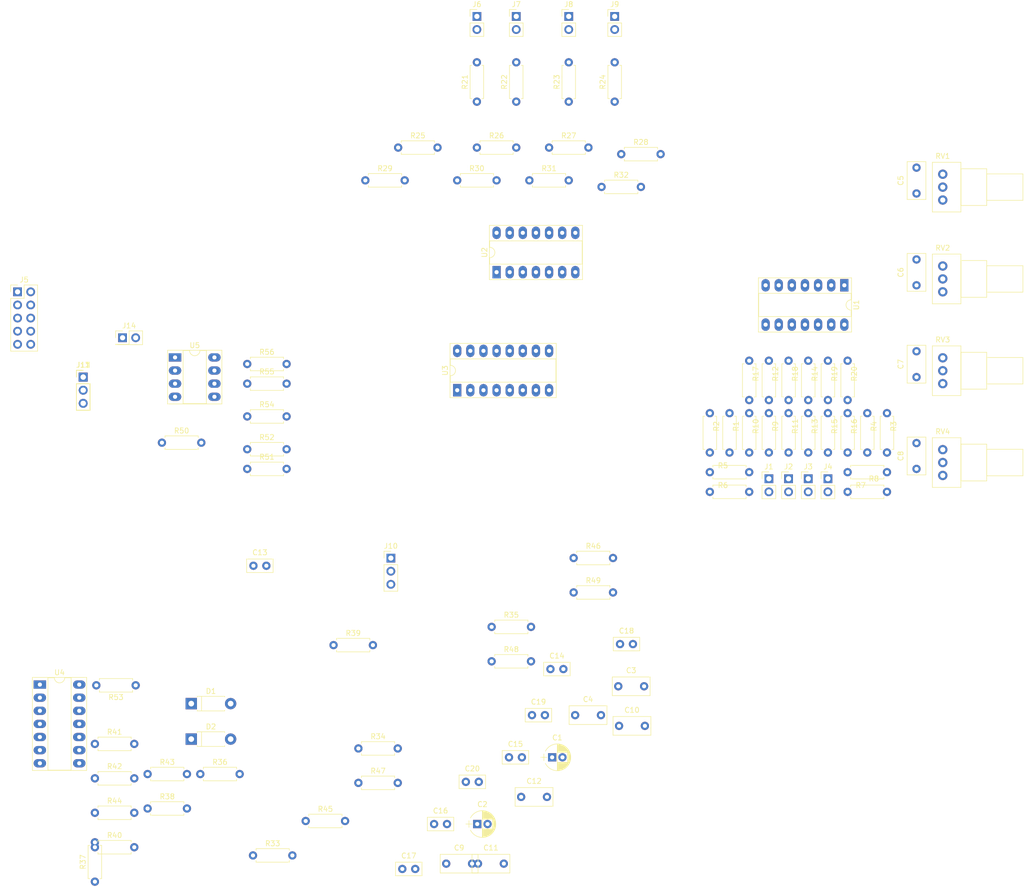
<source format=kicad_pcb>
(kicad_pcb (version 4) (host pcbnew 4.0.7)
  (layers (0 F.Cu signal) (31 B.Cu signal) (34 B.Paste user) (35 F.Paste user) (36 B.SilkS user) (37 F.SilkS user) (38 B.Mask user) (39 F.Mask user) (44 Edge.Cuts user))
  (net 0 "")
  (net 1 GND)
  (net 2 "Net-(C5-Pad1)")
  (net 3 "Net-(C6-Pad1)")
  (net 4 "Net-(C7-Pad1)")
  (net 5 "Net-(C8-Pad1)")
  (net 6 +12V)
  (net 7 -12V)
  (net 8 "Net-(J1-Pad1)")
  (net 9 "Net-(J2-Pad1)")
  (net 10 "Net-(J3-Pad1)")
  (net 11 "Net-(J4-Pad1)")
  (net 12 "Net-(J6-Pad1)")
  (net 13 "Net-(J7-Pad1)")
  (net 14 "Net-(J8-Pad1)")
  (net 15 "Net-(J10-Pad1)")
  (net 16 "Net-(J10-Pad3)")
  (net 17 "Net-(R1-Pad1)")
  (net 18 "Net-(R12-Pad2)")
  (net 19 "Net-(R14-Pad2)")
  (net 20 "Net-(R16-Pad2)")
  (net 21 "Net-(R10-Pad1)")
  (net 22 "Net-(R11-Pad1)")
  (net 23 "Net-(R13-Pad1)")
  (net 24 "Net-(R15-Pad1)")
  (net 25 "Net-(R17-Pad1)")
  (net 26 "Net-(R18-Pad1)")
  (net 27 "Net-(R19-Pad1)")
  (net 28 "Net-(R20-Pad1)")
  (net 29 "Net-(R21-Pad1)")
  (net 30 "Net-(R22-Pad1)")
  (net 31 "Net-(R23-Pad1)")
  (net 32 "Net-(R24-Pad1)")
  (net 33 "Net-(R25-Pad1)")
  (net 34 "Net-(R26-Pad1)")
  (net 35 "Net-(R27-Pad1)")
  (net 36 "Net-(R28-Pad1)")
  (net 37 "Net-(R29-Pad1)")
  (net 38 "Net-(R30-Pad1)")
  (net 39 "Net-(R31-Pad1)")
  (net 40 "Net-(R32-Pad1)")
  (net 41 "Net-(R37-Pad2)")
  (net 42 "Net-(C13-Pad1)")
  (net 43 "Net-(C14-Pad1)")
  (net 44 "Net-(C15-Pad1)")
  (net 45 "Net-(C16-Pad1)")
  (net 46 "Net-(C17-Pad1)")
  (net 47 "Net-(C17-Pad2)")
  (net 48 "Net-(C18-Pad1)")
  (net 49 "Net-(C18-Pad2)")
  (net 50 "Net-(C19-Pad1)")
  (net 51 "Net-(C19-Pad2)")
  (net 52 "Net-(C20-Pad1)")
  (net 53 "Net-(C20-Pad2)")
  (net 54 "Net-(J9-Pad1)")
  (net 55 "Net-(J11-Pad1)")
  (net 56 "Net-(J11-Pad3)")
  (net 57 "Net-(J12-Pad1)")
  (net 58 "Net-(J12-Pad3)")
  (net 59 "Net-(J13-Pad1)")
  (net 60 "Net-(J13-Pad3)")
  (net 61 "Net-(J14-Pad1)")
  (net 62 "Net-(R40-Pad2)")
  (net 63 "Net-(R54-Pad1)")
  (module Capacitors_THT:C_Rect_L7.2mm_W3.5mm_P5.00mm_FKS2_FKP2_MKS2_MKP2 (layer F.Cu) (at 121.345001 152.585)
    (fp_text reference C3 (at 2.5 -3.06) (layer F.SilkS))
    (fp_text value 100nF)
    (pad 1 thru_hole circle (at 0 0) (size 1.6 1.6) (drill 0.8) (layers *.Cu *.Mask) (net 6 +12V))
    (pad 2 thru_hole circle (at 5 0) (size 1.6 1.6) (drill 0.8) (layers *.Cu *.Mask) (net 1 GND))
  )
  (module Capacitors_THT:C_Rect_L7.2mm_W3.5mm_P5.00mm_FKS2_FKP2_MKS2_MKP2 (layer F.Cu) (at 112.995001 158.175)
    (fp_text reference C4 (at 2.5 -3.06) (layer F.SilkS))
    (fp_text value 100nF)
    (pad 1 thru_hole circle (at 0 0) (size 1.6 1.6) (drill 0.8) (layers *.Cu *.Mask) (net 1 GND))
    (pad 2 thru_hole circle (at 5 0) (size 1.6 1.6) (drill 0.8) (layers *.Cu *.Mask) (net 7 -12V))
  )
  (module Diodes_THT:D_DO-41_SOD81_P7.62mm_Horizontal (layer F.Cu) (at 38.695001 155.945)
    (fp_text reference D1 (at 3.81 -2.41) (layer F.SilkS))
    (fp_text value 1N4001)
    (pad 1 thru_hole rect (at 0 0) (size 2.2 2.2) (drill 1.1) (layers *.Cu *.Mask) (net 6 +12V))
    (pad 2 thru_hole oval (at 7.62 0) (size 2.2 2.2) (drill 1.1) (layers *.Cu *.Mask) (net 1 GND))
  )
  (module Diodes_THT:D_DO-41_SOD81_P7.62mm_Horizontal (layer F.Cu) (at 38.695001 162.815)
    (fp_text reference D2 (at 3.81 -2.41) (layer F.SilkS))
    (fp_text value 1N4001)
    (pad 1 thru_hole rect (at 0 0) (size 2.2 2.2) (drill 1.1) (layers *.Cu *.Mask) (net 1 GND))
    (pad 2 thru_hole oval (at 7.62 0) (size 2.2 2.2) (drill 1.1) (layers *.Cu *.Mask) (net 7 -12V))
  )
  (module Pin_Headers:Pin_Header_Straight_1x02_Pitch2.54mm (layer F.Cu) (at 150.495 112.395)
    (fp_text reference J1 (at 0 -2.33) (layer F.SilkS))
    (fp_text value CV_1)
    (pad 1 thru_hole rect (at 0 0) (size 1.7 1.7) (drill 1) (layers *.Cu *.Mask) (net 8 "Net-(J1-Pad1)"))
    (pad 2 thru_hole oval (at 0 2.54) (size 1.7 1.7) (drill 1) (layers *.Cu *.Mask) (net 1 GND))
  )
  (module Pin_Headers:Pin_Header_Straight_1x02_Pitch2.54mm (layer F.Cu) (at 154.305 112.395)
    (fp_text reference J2 (at 0 -2.33) (layer F.SilkS))
    (fp_text value CV_2)
    (pad 1 thru_hole rect (at 0 0) (size 1.7 1.7) (drill 1) (layers *.Cu *.Mask) (net 9 "Net-(J2-Pad1)"))
    (pad 2 thru_hole oval (at 0 2.54) (size 1.7 1.7) (drill 1) (layers *.Cu *.Mask) (net 1 GND))
  )
  (module Pin_Headers:Pin_Header_Straight_1x02_Pitch2.54mm (layer F.Cu) (at 158.115 112.395)
    (fp_text reference J3 (at 0 -2.33) (layer F.SilkS))
    (fp_text value CV_3)
    (pad 1 thru_hole rect (at 0 0) (size 1.7 1.7) (drill 1) (layers *.Cu *.Mask) (net 10 "Net-(J3-Pad1)"))
    (pad 2 thru_hole oval (at 0 2.54) (size 1.7 1.7) (drill 1) (layers *.Cu *.Mask) (net 1 GND))
  )
  (module Pin_Headers:Pin_Header_Straight_1x02_Pitch2.54mm (layer F.Cu) (at 161.925 112.395)
    (fp_text reference J4 (at 0 -2.33) (layer F.SilkS))
    (fp_text value CV_4)
    (pad 1 thru_hole rect (at 0 0) (size 1.7 1.7) (drill 1) (layers *.Cu *.Mask) (net 11 "Net-(J4-Pad1)"))
    (pad 2 thru_hole oval (at 0 2.54) (size 1.7 1.7) (drill 1) (layers *.Cu *.Mask) (net 1 GND))
  )
  (module Pin_Headers:Pin_Header_Straight_1x02_Pitch2.54mm (layer F.Cu) (at 93.98 22.86)
    (fp_text reference J6 (at 0 -2.33) (layer F.SilkS))
    (fp_text value IN_1)
    (pad 1 thru_hole rect (at 0 0) (size 1.7 1.7) (drill 1) (layers *.Cu *.Mask) (net 12 "Net-(J6-Pad1)"))
    (pad 2 thru_hole oval (at 0 2.54) (size 1.7 1.7) (drill 1) (layers *.Cu *.Mask) (net 1 GND))
  )
  (module Pin_Headers:Pin_Header_Straight_1x02_Pitch2.54mm (layer F.Cu) (at 101.6 22.86)
    (fp_text reference J7 (at 0 -2.33) (layer F.SilkS))
    (fp_text value IN_2)
    (pad 1 thru_hole rect (at 0 0) (size 1.7 1.7) (drill 1) (layers *.Cu *.Mask) (net 13 "Net-(J7-Pad1)"))
    (pad 2 thru_hole oval (at 0 2.54) (size 1.7 1.7) (drill 1) (layers *.Cu *.Mask) (net 1 GND))
  )
  (module Pin_Headers:Pin_Header_Straight_1x02_Pitch2.54mm (layer F.Cu) (at 111.76 22.86)
    (fp_text reference J8 (at 0 -2.33) (layer F.SilkS))
    (fp_text value IN_3)
    (pad 1 thru_hole rect (at 0 0) (size 1.7 1.7) (drill 1) (layers *.Cu *.Mask) (net 14 "Net-(J8-Pad1)"))
    (pad 2 thru_hole oval (at 0 2.54) (size 1.7 1.7) (drill 1) (layers *.Cu *.Mask) (net 1 GND))
  )
  (module Resistors_THT:R_Axial_DIN0207_L6.3mm_D2.5mm_P7.62mm_Horizontal (layer F.Cu) (at 142.875 107.315 90)
    (fp_text reference R1 (at 5.08 1.27 90) (layer F.SilkS))
    (fp_text value 15k)
    (pad 1 thru_hole circle (at 0 0 90) (size 1.6 1.6) (drill 0.8) (layers *.Cu *.Mask) (net 17 "Net-(R1-Pad1)"))
    (pad 2 thru_hole oval (at 7.62 0 90) (size 1.6 1.6) (drill 0.8) (layers *.Cu *.Mask) (net 7 -12V))
  )
  (module Resistors_THT:R_Axial_DIN0207_L6.3mm_D2.5mm_P7.62mm_Horizontal (layer F.Cu) (at 139.065 107.315 90)
    (fp_text reference R2 (at 5.08 1.27 90) (layer F.SilkS))
    (fp_text value 15k)
    (pad 1 thru_hole circle (at 0 0 90) (size 1.6 1.6) (drill 0.8) (layers *.Cu *.Mask) (net 18 "Net-(R12-Pad2)"))
    (pad 2 thru_hole oval (at 7.62 0 90) (size 1.6 1.6) (drill 0.8) (layers *.Cu *.Mask) (net 7 -12V))
  )
  (module Resistors_THT:R_Axial_DIN0207_L6.3mm_D2.5mm_P7.62mm_Horizontal (layer F.Cu) (at 173.355 107.315 90)
    (fp_text reference R3 (at 5.08 1.27 90) (layer F.SilkS))
    (fp_text value 15k)
    (pad 1 thru_hole circle (at 0 0 90) (size 1.6 1.6) (drill 0.8) (layers *.Cu *.Mask) (net 19 "Net-(R14-Pad2)"))
    (pad 2 thru_hole oval (at 7.62 0 90) (size 1.6 1.6) (drill 0.8) (layers *.Cu *.Mask) (net 7 -12V))
  )
  (module Resistors_THT:R_Axial_DIN0207_L6.3mm_D2.5mm_P7.62mm_Horizontal (layer F.Cu) (at 169.545 107.315 90)
    (fp_text reference R4 (at 5.08 1.27 90) (layer F.SilkS))
    (fp_text value 15k)
    (pad 1 thru_hole circle (at 0 0 90) (size 1.6 1.6) (drill 0.8) (layers *.Cu *.Mask) (net 20 "Net-(R16-Pad2)"))
    (pad 2 thru_hole oval (at 7.62 0 90) (size 1.6 1.6) (drill 0.8) (layers *.Cu *.Mask) (net 7 -12V))
  )
  (module Resistors_THT:R_Axial_DIN0207_L6.3mm_D2.5mm_P7.62mm_Horizontal (layer F.Cu) (at 146.685 111.125 180)
    (fp_text reference R5 (at 5.08 1.27 180) (layer F.SilkS))
    (fp_text value 12k)
    (pad 1 thru_hole circle (at 0 0 180) (size 1.6 1.6) (drill 0.8) (layers *.Cu *.Mask) (net 1 GND))
    (pad 2 thru_hole oval (at 7.62 0 180) (size 1.6 1.6) (drill 0.8) (layers *.Cu *.Mask) (net 17 "Net-(R1-Pad1)"))
  )
  (module Resistors_THT:R_Axial_DIN0207_L6.3mm_D2.5mm_P7.62mm_Horizontal (layer F.Cu) (at 146.685 114.935 180)
    (fp_text reference R6 (at 5.08 1.27 180) (layer F.SilkS))
    (fp_text value 12k)
    (pad 1 thru_hole circle (at 0 0 180) (size 1.6 1.6) (drill 0.8) (layers *.Cu *.Mask) (net 1 GND))
    (pad 2 thru_hole oval (at 7.62 0 180) (size 1.6 1.6) (drill 0.8) (layers *.Cu *.Mask) (net 18 "Net-(R12-Pad2)"))
  )
  (module Resistors_THT:R_Axial_DIN0207_L6.3mm_D2.5mm_P7.62mm_Horizontal (layer F.Cu) (at 165.735 114.935)
    (fp_text reference R7 (at 2.54 -1.27) (layer F.SilkS))
    (fp_text value 12k)
    (pad 1 thru_hole circle (at 0 0) (size 1.6 1.6) (drill 0.8) (layers *.Cu *.Mask) (net 1 GND))
    (pad 2 thru_hole oval (at 7.62 0) (size 1.6 1.6) (drill 0.8) (layers *.Cu *.Mask) (net 19 "Net-(R14-Pad2)"))
  )
  (module Resistors_THT:R_Axial_DIN0207_L6.3mm_D2.5mm_P7.62mm_Horizontal (layer F.Cu) (at 165.735 111.125)
    (fp_text reference R8 (at 5.08 1.27) (layer F.SilkS))
    (fp_text value 12k)
    (pad 1 thru_hole circle (at 0 0) (size 1.6 1.6) (drill 0.8) (layers *.Cu *.Mask) (net 1 GND))
    (pad 2 thru_hole oval (at 7.62 0) (size 1.6 1.6) (drill 0.8) (layers *.Cu *.Mask) (net 20 "Net-(R16-Pad2)"))
  )
  (module Resistors_THT:R_Axial_DIN0207_L6.3mm_D2.5mm_P7.62mm_Horizontal (layer F.Cu) (at 150.495 99.695 270)
    (fp_text reference R9 (at 2.54 -1.27 270) (layer F.SilkS))
    (fp_text value 62k)
    (pad 1 thru_hole circle (at 0 0 270) (size 1.6 1.6) (drill 0.8) (layers *.Cu *.Mask) (net 21 "Net-(R10-Pad1)"))
    (pad 2 thru_hole oval (at 7.62 0 270) (size 1.6 1.6) (drill 0.8) (layers *.Cu *.Mask) (net 8 "Net-(J1-Pad1)"))
  )
  (module Resistors_THT:R_Axial_DIN0207_L6.3mm_D2.5mm_P7.62mm_Horizontal (layer F.Cu) (at 146.685 99.695 270)
    (fp_text reference R10 (at 2.54 -1.27 270) (layer F.SilkS))
    (fp_text value 62k)
    (pad 1 thru_hole circle (at 0 0 270) (size 1.6 1.6) (drill 0.8) (layers *.Cu *.Mask) (net 21 "Net-(R10-Pad1)"))
    (pad 2 thru_hole oval (at 7.62 0 270) (size 1.6 1.6) (drill 0.8) (layers *.Cu *.Mask) (net 17 "Net-(R1-Pad1)"))
  )
  (module Resistors_THT:R_Axial_DIN0207_L6.3mm_D2.5mm_P7.62mm_Horizontal (layer F.Cu) (at 154.305 99.695 270)
    (fp_text reference R11 (at 2.54 -1.27 270) (layer F.SilkS))
    (fp_text value 62k)
    (pad 1 thru_hole circle (at 0 0 270) (size 1.6 1.6) (drill 0.8) (layers *.Cu *.Mask) (net 22 "Net-(R11-Pad1)"))
    (pad 2 thru_hole oval (at 7.62 0 270) (size 1.6 1.6) (drill 0.8) (layers *.Cu *.Mask) (net 9 "Net-(J2-Pad1)"))
  )
  (module Resistors_THT:R_Axial_DIN0207_L6.3mm_D2.5mm_P7.62mm_Horizontal (layer F.Cu) (at 150.495 97.155 90)
    (fp_text reference R12 (at 5.08 1.27 90) (layer F.SilkS))
    (fp_text value 62k)
    (pad 1 thru_hole circle (at 0 0 90) (size 1.6 1.6) (drill 0.8) (layers *.Cu *.Mask) (net 22 "Net-(R11-Pad1)"))
    (pad 2 thru_hole oval (at 7.62 0 90) (size 1.6 1.6) (drill 0.8) (layers *.Cu *.Mask) (net 18 "Net-(R12-Pad2)"))
  )
  (module Resistors_THT:R_Axial_DIN0207_L6.3mm_D2.5mm_P7.62mm_Horizontal (layer F.Cu) (at 158.115 99.695 270)
    (fp_text reference R13 (at 2.54 -1.27 270) (layer F.SilkS))
    (fp_text value 62k)
    (pad 1 thru_hole circle (at 0 0 270) (size 1.6 1.6) (drill 0.8) (layers *.Cu *.Mask) (net 23 "Net-(R13-Pad1)"))
    (pad 2 thru_hole oval (at 7.62 0 270) (size 1.6 1.6) (drill 0.8) (layers *.Cu *.Mask) (net 10 "Net-(J3-Pad1)"))
  )
  (module Resistors_THT:R_Axial_DIN0207_L6.3mm_D2.5mm_P7.62mm_Horizontal (layer F.Cu) (at 158.115 97.155 90)
    (fp_text reference R14 (at 5.08 1.27 90) (layer F.SilkS))
    (fp_text value 62k)
    (pad 1 thru_hole circle (at 0 0 90) (size 1.6 1.6) (drill 0.8) (layers *.Cu *.Mask) (net 23 "Net-(R13-Pad1)"))
    (pad 2 thru_hole oval (at 7.62 0 90) (size 1.6 1.6) (drill 0.8) (layers *.Cu *.Mask) (net 19 "Net-(R14-Pad2)"))
  )
  (module Resistors_THT:R_Axial_DIN0207_L6.3mm_D2.5mm_P7.62mm_Horizontal (layer F.Cu) (at 161.925 99.695 270)
    (fp_text reference R15 (at 2.54 -1.27 270) (layer F.SilkS))
    (fp_text value 62k)
    (pad 1 thru_hole circle (at 0 0 270) (size 1.6 1.6) (drill 0.8) (layers *.Cu *.Mask) (net 24 "Net-(R15-Pad1)"))
    (pad 2 thru_hole oval (at 7.62 0 270) (size 1.6 1.6) (drill 0.8) (layers *.Cu *.Mask) (net 11 "Net-(J4-Pad1)"))
  )
  (module Resistors_THT:R_Axial_DIN0207_L6.3mm_D2.5mm_P7.62mm_Horizontal (layer F.Cu) (at 165.735 99.695 270)
    (fp_text reference R16 (at 2.54 -1.27 270) (layer F.SilkS))
    (fp_text value 62k)
    (pad 1 thru_hole circle (at 0 0 270) (size 1.6 1.6) (drill 0.8) (layers *.Cu *.Mask) (net 24 "Net-(R15-Pad1)"))
    (pad 2 thru_hole oval (at 7.62 0 270) (size 1.6 1.6) (drill 0.8) (layers *.Cu *.Mask) (net 20 "Net-(R16-Pad2)"))
  )
  (module Resistors_THT:R_Axial_DIN0207_L6.3mm_D2.5mm_P7.62mm_Horizontal (layer F.Cu) (at 146.685 89.535 270)
    (fp_text reference R17 (at 2.54 -1.27 270) (layer F.SilkS))
    (fp_text value 100k)
    (pad 1 thru_hole circle (at 0 0 270) (size 1.6 1.6) (drill 0.8) (layers *.Cu *.Mask) (net 25 "Net-(R17-Pad1)"))
    (pad 2 thru_hole oval (at 7.62 0 270) (size 1.6 1.6) (drill 0.8) (layers *.Cu *.Mask) (net 21 "Net-(R10-Pad1)"))
  )
  (module Resistors_THT:R_Axial_DIN0207_L6.3mm_D2.5mm_P7.62mm_Horizontal (layer F.Cu) (at 154.305 89.535 270)
    (fp_text reference R18 (at 2.54 -1.27 270) (layer F.SilkS))
    (fp_text value 100k)
    (pad 1 thru_hole circle (at 0 0 270) (size 1.6 1.6) (drill 0.8) (layers *.Cu *.Mask) (net 26 "Net-(R18-Pad1)"))
    (pad 2 thru_hole oval (at 7.62 0 270) (size 1.6 1.6) (drill 0.8) (layers *.Cu *.Mask) (net 22 "Net-(R11-Pad1)"))
  )
  (module Resistors_THT:R_Axial_DIN0207_L6.3mm_D2.5mm_P7.62mm_Horizontal (layer F.Cu) (at 161.925 89.535 270)
    (fp_text reference R19 (at 2.54 -1.27 270) (layer F.SilkS))
    (fp_text value 100k)
    (pad 1 thru_hole circle (at 0 0 270) (size 1.6 1.6) (drill 0.8) (layers *.Cu *.Mask) (net 27 "Net-(R19-Pad1)"))
    (pad 2 thru_hole oval (at 7.62 0 270) (size 1.6 1.6) (drill 0.8) (layers *.Cu *.Mask) (net 23 "Net-(R13-Pad1)"))
  )
  (module Resistors_THT:R_Axial_DIN0207_L6.3mm_D2.5mm_P7.62mm_Horizontal (layer F.Cu) (at 165.735 89.535 270)
    (fp_text reference R20 (at 2.54 -1.27 270) (layer F.SilkS))
    (fp_text value 100k)
    (pad 1 thru_hole circle (at 0 0 270) (size 1.6 1.6) (drill 0.8) (layers *.Cu *.Mask) (net 28 "Net-(R20-Pad1)"))
    (pad 2 thru_hole oval (at 7.62 0 270) (size 1.6 1.6) (drill 0.8) (layers *.Cu *.Mask) (net 24 "Net-(R15-Pad1)"))
  )
  (module Resistors_THT:R_Axial_DIN0207_L6.3mm_D2.5mm_P7.62mm_Horizontal (layer F.Cu) (at 93.98 39.37 90)
    (fp_text reference R21 (at 3.81 -2.31 90) (layer F.SilkS))
    (fp_text value 100k)
    (pad 1 thru_hole circle (at 0 0 90) (size 1.6 1.6) (drill 0.8) (layers *.Cu *.Mask) (net 29 "Net-(R21-Pad1)"))
    (pad 2 thru_hole oval (at 7.62 0 90) (size 1.6 1.6) (drill 0.8) (layers *.Cu *.Mask) (net 12 "Net-(J6-Pad1)"))
  )
  (module Resistors_THT:R_Axial_DIN0207_L6.3mm_D2.5mm_P7.62mm_Horizontal (layer F.Cu) (at 101.6 39.37 90)
    (fp_text reference R22 (at 3.81 -2.31 90) (layer F.SilkS))
    (fp_text value 100k)
    (pad 1 thru_hole circle (at 0 0 90) (size 1.6 1.6) (drill 0.8) (layers *.Cu *.Mask) (net 30 "Net-(R22-Pad1)"))
    (pad 2 thru_hole oval (at 7.62 0 90) (size 1.6 1.6) (drill 0.8) (layers *.Cu *.Mask) (net 13 "Net-(J7-Pad1)"))
  )
  (module Resistors_THT:R_Axial_DIN0207_L6.3mm_D2.5mm_P7.62mm_Horizontal (layer F.Cu) (at 111.76 39.37 90)
    (fp_text reference R23 (at 3.81 -2.31 90) (layer F.SilkS))
    (fp_text value 100k)
    (pad 1 thru_hole circle (at 0 0 90) (size 1.6 1.6) (drill 0.8) (layers *.Cu *.Mask) (net 31 "Net-(R23-Pad1)"))
    (pad 2 thru_hole oval (at 7.62 0 90) (size 1.6 1.6) (drill 0.8) (layers *.Cu *.Mask) (net 14 "Net-(J8-Pad1)"))
  )
  (module Resistors_THT:R_Axial_DIN0207_L6.3mm_D2.5mm_P7.62mm_Horizontal (layer F.Cu) (at 120.65 39.37 90)
    (fp_text reference R24 (at 3.81 -2.31 90) (layer F.SilkS))
    (fp_text value 100k)
    (pad 1 thru_hole circle (at 0 0 90) (size 1.6 1.6) (drill 0.8) (layers *.Cu *.Mask) (net 32 "Net-(R24-Pad1)"))
    (pad 2 thru_hole oval (at 7.62 0 90) (size 1.6 1.6) (drill 0.8) (layers *.Cu *.Mask) (net 54 "Net-(J9-Pad1)"))
  )
  (module Resistors_THT:R_Axial_DIN0207_L6.3mm_D2.5mm_P7.62mm_Horizontal (layer F.Cu) (at 78.74 48.26)
    (fp_text reference R25 (at 3.81 -2.31) (layer F.SilkS))
    (fp_text value 100k)
    (pad 1 thru_hole circle (at 0 0) (size 1.6 1.6) (drill 0.8) (layers *.Cu *.Mask) (net 33 "Net-(R25-Pad1)"))
    (pad 2 thru_hole oval (at 7.62 0) (size 1.6 1.6) (drill 0.8) (layers *.Cu *.Mask) (net 29 "Net-(R21-Pad1)"))
  )
  (module Resistors_THT:R_Axial_DIN0207_L6.3mm_D2.5mm_P7.62mm_Horizontal (layer F.Cu) (at 93.98 48.26)
    (fp_text reference R26 (at 3.81 -2.31) (layer F.SilkS))
    (fp_text value 100k)
    (pad 1 thru_hole circle (at 0 0) (size 1.6 1.6) (drill 0.8) (layers *.Cu *.Mask) (net 34 "Net-(R26-Pad1)"))
    (pad 2 thru_hole oval (at 7.62 0) (size 1.6 1.6) (drill 0.8) (layers *.Cu *.Mask) (net 30 "Net-(R22-Pad1)"))
  )
  (module Resistors_THT:R_Axial_DIN0207_L6.3mm_D2.5mm_P7.62mm_Horizontal (layer F.Cu) (at 107.95 48.26)
    (fp_text reference R27 (at 3.81 -2.31) (layer F.SilkS))
    (fp_text value 100k)
    (pad 1 thru_hole circle (at 0 0) (size 1.6 1.6) (drill 0.8) (layers *.Cu *.Mask) (net 35 "Net-(R27-Pad1)"))
    (pad 2 thru_hole oval (at 7.62 0) (size 1.6 1.6) (drill 0.8) (layers *.Cu *.Mask) (net 31 "Net-(R23-Pad1)"))
  )
  (module Resistors_THT:R_Axial_DIN0207_L6.3mm_D2.5mm_P7.62mm_Horizontal (layer F.Cu) (at 121.92 49.53)
    (fp_text reference R28 (at 3.81 -2.31) (layer F.SilkS))
    (fp_text value 100k)
    (pad 1 thru_hole circle (at 0 0) (size 1.6 1.6) (drill 0.8) (layers *.Cu *.Mask) (net 36 "Net-(R28-Pad1)"))
    (pad 2 thru_hole oval (at 7.62 0) (size 1.6 1.6) (drill 0.8) (layers *.Cu *.Mask) (net 32 "Net-(R24-Pad1)"))
  )
  (module Resistors_THT:R_Axial_DIN0207_L6.3mm_D2.5mm_P7.62mm_Horizontal (layer F.Cu) (at 72.39 54.61)
    (fp_text reference R29 (at 3.81 -2.31) (layer F.SilkS))
    (fp_text value 30k)
    (pad 1 thru_hole circle (at 0 0) (size 1.6 1.6) (drill 0.8) (layers *.Cu *.Mask) (net 37 "Net-(R29-Pad1)"))
    (pad 2 thru_hole oval (at 7.62 0) (size 1.6 1.6) (drill 0.8) (layers *.Cu *.Mask) (net 33 "Net-(R25-Pad1)"))
  )
  (module Resistors_THT:R_Axial_DIN0207_L6.3mm_D2.5mm_P7.62mm_Horizontal (layer F.Cu) (at 90.17 54.61)
    (fp_text reference R30 (at 3.81 -2.31) (layer F.SilkS))
    (fp_text value 30k)
    (pad 1 thru_hole circle (at 0 0) (size 1.6 1.6) (drill 0.8) (layers *.Cu *.Mask) (net 38 "Net-(R30-Pad1)"))
    (pad 2 thru_hole oval (at 7.62 0) (size 1.6 1.6) (drill 0.8) (layers *.Cu *.Mask) (net 34 "Net-(R26-Pad1)"))
  )
  (module Resistors_THT:R_Axial_DIN0207_L6.3mm_D2.5mm_P7.62mm_Horizontal (layer F.Cu) (at 104.14 54.61)
    (fp_text reference R31 (at 3.81 -2.31) (layer F.SilkS))
    (fp_text value 30k)
    (pad 1 thru_hole circle (at 0 0) (size 1.6 1.6) (drill 0.8) (layers *.Cu *.Mask) (net 39 "Net-(R31-Pad1)"))
    (pad 2 thru_hole oval (at 7.62 0) (size 1.6 1.6) (drill 0.8) (layers *.Cu *.Mask) (net 35 "Net-(R27-Pad1)"))
  )
  (module Resistors_THT:R_Axial_DIN0207_L6.3mm_D2.5mm_P7.62mm_Horizontal (layer F.Cu) (at 118.11 55.88)
    (fp_text reference R32 (at 3.81 -2.31) (layer F.SilkS))
    (fp_text value 30k)
    (pad 1 thru_hole circle (at 0 0) (size 1.6 1.6) (drill 0.8) (layers *.Cu *.Mask) (net 40 "Net-(R32-Pad1)"))
    (pad 2 thru_hole oval (at 7.62 0) (size 1.6 1.6) (drill 0.8) (layers *.Cu *.Mask) (net 36 "Net-(R28-Pad1)"))
  )
  (module Resistors_THT:R_Axial_DIN0207_L6.3mm_D2.5mm_P7.62mm_Horizontal (layer F.Cu) (at 50.645001 185.345)
    (fp_text reference R33 (at 3.81 -2.31) (layer F.SilkS))
    (fp_text value 500)
    (pad 1 thru_hole circle (at 0 0) (size 1.6 1.6) (drill 0.8) (layers *.Cu *.Mask) (net 37 "Net-(R29-Pad1)"))
    (pad 2 thru_hole oval (at 7.62 0) (size 1.6 1.6) (drill 0.8) (layers *.Cu *.Mask) (net 42 "Net-(C13-Pad1)"))
  )
  (module Resistors_THT:R_Axial_DIN0207_L6.3mm_D2.5mm_P7.62mm_Horizontal (layer F.Cu) (at 71.045001 164.625)
    (fp_text reference R34 (at 3.81 -2.31) (layer F.SilkS))
    (fp_text value 500)
    (pad 1 thru_hole circle (at 0 0) (size 1.6 1.6) (drill 0.8) (layers *.Cu *.Mask) (net 38 "Net-(R30-Pad1)"))
    (pad 2 thru_hole oval (at 7.62 0) (size 1.6 1.6) (drill 0.8) (layers *.Cu *.Mask) (net 43 "Net-(C14-Pad1)"))
  )
  (module Resistors_THT:R_Axial_DIN0207_L6.3mm_D2.5mm_P7.62mm_Horizontal (layer F.Cu) (at 96.835001 141.085)
    (fp_text reference R35 (at 3.81 -2.31) (layer F.SilkS))
    (fp_text value 500)
    (pad 1 thru_hole circle (at 0 0) (size 1.6 1.6) (drill 0.8) (layers *.Cu *.Mask) (net 39 "Net-(R31-Pad1)"))
    (pad 2 thru_hole oval (at 7.62 0) (size 1.6 1.6) (drill 0.8) (layers *.Cu *.Mask) (net 44 "Net-(C15-Pad1)"))
  )
  (module Resistors_THT:R_Axial_DIN0207_L6.3mm_D2.5mm_P7.62mm_Horizontal (layer F.Cu) (at 40.445001 169.585)
    (fp_text reference R36 (at 3.81 -2.31) (layer F.SilkS))
    (fp_text value 500)
    (pad 1 thru_hole circle (at 0 0) (size 1.6 1.6) (drill 0.8) (layers *.Cu *.Mask) (net 40 "Net-(R32-Pad1)"))
    (pad 2 thru_hole oval (at 7.62 0) (size 1.6 1.6) (drill 0.8) (layers *.Cu *.Mask) (net 45 "Net-(C16-Pad1)"))
  )
  (module Resistors_THT:R_Axial_DIN0207_L6.3mm_D2.5mm_P7.62mm_Horizontal (layer F.Cu) (at 20.045001 190.425 90)
    (fp_text reference R37 (at 3.81 -2.31 90) (layer F.SilkS))
    (fp_text value 7.5k)
    (pad 1 thru_hole circle (at 0 0 90) (size 1.6 1.6) (drill 0.8) (layers *.Cu *.Mask) (net 6 +12V))
    (pad 2 thru_hole oval (at 7.62 0 90) (size 1.6 1.6) (drill 0.8) (layers *.Cu *.Mask) (net 41 "Net-(R37-Pad2)"))
  )
  (module Resistors_THT:R_Axial_DIN0207_L6.3mm_D2.5mm_P7.62mm_Horizontal (layer F.Cu) (at 30.245001 176.255)
    (fp_text reference R38 (at 3.81 -2.31) (layer F.SilkS))
    (fp_text value 30k)
    (pad 1 thru_hole circle (at 0 0) (size 1.6 1.6) (drill 0.8) (layers *.Cu *.Mask) (net 46 "Net-(C17-Pad1)"))
    (pad 2 thru_hole oval (at 7.62 0) (size 1.6 1.6) (drill 0.8) (layers *.Cu *.Mask) (net 47 "Net-(C17-Pad2)"))
  )
  (module Resistors_THT:R_Axial_DIN0207_L6.3mm_D2.5mm_P7.62mm_Horizontal (layer F.Cu) (at 66.235001 144.615)
    (fp_text reference R39 (at 3.81 -2.31) (layer F.SilkS))
    (fp_text value 30k)
    (pad 1 thru_hole circle (at 0 0) (size 1.6 1.6) (drill 0.8) (layers *.Cu *.Mask) (net 48 "Net-(C18-Pad1)"))
    (pad 2 thru_hole oval (at 7.62 0) (size 1.6 1.6) (drill 0.8) (layers *.Cu *.Mask) (net 49 "Net-(C18-Pad2)"))
  )
  (module Resistors_THT:R_Axial_DIN0207_L6.3mm_D2.5mm_P7.62mm_Horizontal (layer F.Cu) (at 20.045001 183.755)
    (fp_text reference R40 (at 3.81 -2.31) (layer F.SilkS))
    (fp_text value 100k)
    (pad 1 thru_hole circle (at 0 0) (size 1.6 1.6) (drill 0.8) (layers *.Cu *.Mask) (net 16 "Net-(J10-Pad3)"))
    (pad 2 thru_hole oval (at 7.62 0) (size 1.6 1.6) (drill 0.8) (layers *.Cu *.Mask) (net 62 "Net-(R40-Pad2)"))
  )
  (module Resistors_THT:R_Axial_DIN0207_L6.3mm_D2.5mm_P7.62mm_Horizontal (layer F.Cu) (at 20.045001 163.745)
    (fp_text reference R41 (at 3.81 -2.31) (layer F.SilkS))
    (fp_text value 30k)
    (pad 1 thru_hole circle (at 0 0) (size 1.6 1.6) (drill 0.8) (layers *.Cu *.Mask) (net 50 "Net-(C19-Pad1)"))
    (pad 2 thru_hole oval (at 7.62 0) (size 1.6 1.6) (drill 0.8) (layers *.Cu *.Mask) (net 51 "Net-(C19-Pad2)"))
  )
  (module Resistors_THT:R_Axial_DIN0207_L6.3mm_D2.5mm_P7.62mm_Horizontal (layer F.Cu) (at 20.045001 170.415)
    (fp_text reference R42 (at 3.81 -2.31) (layer F.SilkS))
    (fp_text value 30k)
    (pad 1 thru_hole circle (at 0 0) (size 1.6 1.6) (drill 0.8) (layers *.Cu *.Mask) (net 52 "Net-(C20-Pad1)"))
    (pad 2 thru_hole oval (at 7.62 0) (size 1.6 1.6) (drill 0.8) (layers *.Cu *.Mask) (net 53 "Net-(C20-Pad2)"))
  )
  (module Resistors_THT:R_Axial_DIN0207_L6.3mm_D2.5mm_P7.62mm_Horizontal (layer F.Cu) (at 30.245001 169.585)
    (fp_text reference R43 (at 3.81 -2.31) (layer F.SilkS))
    (fp_text value 100k)
    (pad 1 thru_hole circle (at 0 0) (size 1.6 1.6) (drill 0.8) (layers *.Cu *.Mask) (net 56 "Net-(J11-Pad3)"))
    (pad 2 thru_hole oval (at 7.62 0) (size 1.6 1.6) (drill 0.8) (layers *.Cu *.Mask) (net 62 "Net-(R40-Pad2)"))
  )
  (module Resistors_THT:R_Axial_DIN0207_L6.3mm_D2.5mm_P7.62mm_Horizontal (layer F.Cu) (at 20.045001 177.085)
    (fp_text reference R44 (at 3.81 -2.31) (layer F.SilkS))
    (fp_text value 100k)
    (pad 1 thru_hole circle (at 0 0) (size 1.6 1.6) (drill 0.8) (layers *.Cu *.Mask) (net 58 "Net-(J12-Pad3)"))
    (pad 2 thru_hole oval (at 7.62 0) (size 1.6 1.6) (drill 0.8) (layers *.Cu *.Mask) (net 62 "Net-(R40-Pad2)"))
  )
  (module Resistors_THT:R_Axial_DIN0207_L6.3mm_D2.5mm_P7.62mm_Horizontal (layer F.Cu) (at 60.845001 178.675)
    (fp_text reference R45 (at 3.81 -2.31) (layer F.SilkS))
    (fp_text value 1k)
    (pad 1 thru_hole circle (at 0 0) (size 1.6 1.6) (drill 0.8) (layers *.Cu *.Mask) (net 46 "Net-(C17-Pad1)"))
    (pad 2 thru_hole oval (at 7.62 0) (size 1.6 1.6) (drill 0.8) (layers *.Cu *.Mask) (net 1 GND))
  )
  (module Resistors_THT:R_Axial_DIN0207_L6.3mm_D2.5mm_P7.62mm_Horizontal (layer F.Cu) (at 112.705001 127.745)
    (fp_text reference R46 (at 3.81 -2.31) (layer F.SilkS))
    (fp_text value 1k)
    (pad 1 thru_hole circle (at 0 0) (size 1.6 1.6) (drill 0.8) (layers *.Cu *.Mask) (net 50 "Net-(C19-Pad1)"))
    (pad 2 thru_hole oval (at 7.62 0) (size 1.6 1.6) (drill 0.8) (layers *.Cu *.Mask) (net 1 GND))
  )
  (module Resistors_THT:R_Axial_DIN0207_L6.3mm_D2.5mm_P7.62mm_Horizontal (layer F.Cu) (at 71.045001 171.295)
    (fp_text reference R47 (at 3.81 -2.31) (layer F.SilkS))
    (fp_text value 1k)
    (pad 1 thru_hole circle (at 0 0) (size 1.6 1.6) (drill 0.8) (layers *.Cu *.Mask) (net 48 "Net-(C18-Pad1)"))
    (pad 2 thru_hole oval (at 7.62 0) (size 1.6 1.6) (drill 0.8) (layers *.Cu *.Mask) (net 1 GND))
  )
  (module Resistors_THT:R_Axial_DIN0207_L6.3mm_D2.5mm_P7.62mm_Horizontal (layer F.Cu) (at 96.835001 147.755)
    (fp_text reference R48 (at 3.81 -2.31) (layer F.SilkS))
    (fp_text value 1k)
    (pad 1 thru_hole circle (at 0 0) (size 1.6 1.6) (drill 0.8) (layers *.Cu *.Mask) (net 52 "Net-(C20-Pad1)"))
    (pad 2 thru_hole oval (at 7.62 0) (size 1.6 1.6) (drill 0.8) (layers *.Cu *.Mask) (net 1 GND))
  )
  (module Resistors_THT:R_Axial_DIN0207_L6.3mm_D2.5mm_P7.62mm_Horizontal (layer F.Cu) (at 112.705001 134.415)
    (fp_text reference R49 (at 3.81 -2.31) (layer F.SilkS))
    (fp_text value 100k)
    (pad 1 thru_hole circle (at 0 0) (size 1.6 1.6) (drill 0.8) (layers *.Cu *.Mask) (net 60 "Net-(J13-Pad3)"))
    (pad 2 thru_hole oval (at 7.62 0) (size 1.6 1.6) (drill 0.8) (layers *.Cu *.Mask) (net 62 "Net-(R40-Pad2)"))
  )
  (module Potentiometers:Potentiometer_Alps_RK09Y_Vertical (layer F.Cu) (at 184.15 58.42)
    (fp_text reference RV1 (at 0 -8.5) (layer F.SilkS))
    (fp_text value 100k)
    (pad 3 thru_hole circle (at 0 -5) (size 1.8 1.8) (drill 1) (layers *.Cu *.Mask) (net 1 GND))
    (pad 2 thru_hole circle (at 0 -2.5) (size 1.8 1.8) (drill 1) (layers *.Cu *.Mask) (net 2 "Net-(C5-Pad1)"))
    (pad 1 thru_hole circle (at 0 0) (size 1.8 1.8) (drill 1) (layers *.Cu *.Mask) (net 25 "Net-(R17-Pad1)"))
  )
  (module Potentiometers:Potentiometer_Alps_RK09Y_Vertical (layer F.Cu) (at 184.15 76.2)
    (fp_text reference RV2 (at 0 -8.5) (layer F.SilkS))
    (fp_text value 100k)
    (pad 3 thru_hole circle (at 0 -5) (size 1.8 1.8) (drill 1) (layers *.Cu *.Mask) (net 1 GND))
    (pad 2 thru_hole circle (at 0 -2.5) (size 1.8 1.8) (drill 1) (layers *.Cu *.Mask) (net 3 "Net-(C6-Pad1)"))
    (pad 1 thru_hole circle (at 0 0) (size 1.8 1.8) (drill 1) (layers *.Cu *.Mask) (net 26 "Net-(R18-Pad1)"))
  )
  (module Potentiometers:Potentiometer_Alps_RK09Y_Vertical (layer F.Cu) (at 184.15 93.98)
    (fp_text reference RV3 (at 0 -8.5) (layer F.SilkS))
    (fp_text value 100k)
    (pad 3 thru_hole circle (at 0 -5) (size 1.8 1.8) (drill 1) (layers *.Cu *.Mask) (net 1 GND))
    (pad 2 thru_hole circle (at 0 -2.5) (size 1.8 1.8) (drill 1) (layers *.Cu *.Mask) (net 4 "Net-(C7-Pad1)"))
    (pad 1 thru_hole circle (at 0 0) (size 1.8 1.8) (drill 1) (layers *.Cu *.Mask) (net 27 "Net-(R19-Pad1)"))
  )
  (module Potentiometers:Potentiometer_Alps_RK09Y_Vertical (layer F.Cu) (at 184.15 111.76)
    (fp_text reference RV4 (at 0 -8.5) (layer F.SilkS))
    (fp_text value 100k)
    (pad 3 thru_hole circle (at 0 -5) (size 1.8 1.8) (drill 1) (layers *.Cu *.Mask) (net 1 GND))
    (pad 2 thru_hole circle (at 0 -2.5) (size 1.8 1.8) (drill 1) (layers *.Cu *.Mask) (net 5 "Net-(C8-Pad1)"))
    (pad 1 thru_hole circle (at 0 0) (size 1.8 1.8) (drill 1) (layers *.Cu *.Mask) (net 28 "Net-(R20-Pad1)"))
  )
  (module Housings_DIP:DIP-14_W7.62mm_Socket_LongPads (layer F.Cu) (at 165.1 74.93 270)
    (fp_text reference U1 (at 3.81 -2.33 270) (layer F.SilkS))
    (fp_text value TL074)
    (pad 1 thru_hole rect (at 0 0 270) (size 2.4 1.6) (drill 0.8) (layers *.Cu *.Mask) (net 25 "Net-(R17-Pad1)"))
    (pad 8 thru_hole oval (at 7.62 15.24 270) (size 2.4 1.6) (drill 0.8) (layers *.Cu *.Mask) (net 27 "Net-(R19-Pad1)"))
    (pad 2 thru_hole oval (at 0 2.54 270) (size 2.4 1.6) (drill 0.8) (layers *.Cu *.Mask) (net 21 "Net-(R10-Pad1)"))
    (pad 9 thru_hole oval (at 7.62 12.7 270) (size 2.4 1.6) (drill 0.8) (layers *.Cu *.Mask) (net 23 "Net-(R13-Pad1)"))
    (pad 3 thru_hole oval (at 0 5.08 270) (size 2.4 1.6) (drill 0.8) (layers *.Cu *.Mask) (net 1 GND))
    (pad 10 thru_hole oval (at 7.62 10.16 270) (size 2.4 1.6) (drill 0.8) (layers *.Cu *.Mask) (net 1 GND))
    (pad 4 thru_hole oval (at 0 7.62 270) (size 2.4 1.6) (drill 0.8) (layers *.Cu *.Mask) (net 6 +12V))
    (pad 11 thru_hole oval (at 7.62 7.62 270) (size 2.4 1.6) (drill 0.8) (layers *.Cu *.Mask) (net 7 -12V))
    (pad 5 thru_hole oval (at 0 10.16 270) (size 2.4 1.6) (drill 0.8) (layers *.Cu *.Mask) (net 1 GND))
    (pad 12 thru_hole oval (at 7.62 5.08 270) (size 2.4 1.6) (drill 0.8) (layers *.Cu *.Mask) (net 1 GND))
    (pad 6 thru_hole oval (at 0 12.7 270) (size 2.4 1.6) (drill 0.8) (layers *.Cu *.Mask) (net 22 "Net-(R11-Pad1)"))
    (pad 13 thru_hole oval (at 7.62 2.54 270) (size 2.4 1.6) (drill 0.8) (layers *.Cu *.Mask) (net 24 "Net-(R15-Pad1)"))
    (pad 7 thru_hole oval (at 0 15.24 270) (size 2.4 1.6) (drill 0.8) (layers *.Cu *.Mask) (net 26 "Net-(R18-Pad1)"))
    (pad 14 thru_hole oval (at 7.62 0 270) (size 2.4 1.6) (drill 0.8) (layers *.Cu *.Mask) (net 28 "Net-(R20-Pad1)"))
  )
  (module Housings_DIP:DIP-14_W7.62mm_Socket_LongPads (layer F.Cu) (at 97.79 72.39 90)
    (fp_text reference U2 (at 3.81 -2.33 90) (layer F.SilkS))
    (fp_text value TL074)
    (pad 1 thru_hole rect (at 0 0 90) (size 2.4 1.6) (drill 0.8) (layers *.Cu *.Mask) (net 33 "Net-(R25-Pad1)"))
    (pad 8 thru_hole oval (at 7.62 15.24 90) (size 2.4 1.6) (drill 0.8) (layers *.Cu *.Mask) (net 35 "Net-(R27-Pad1)"))
    (pad 2 thru_hole oval (at 0 2.54 90) (size 2.4 1.6) (drill 0.8) (layers *.Cu *.Mask) (net 29 "Net-(R21-Pad1)"))
    (pad 9 thru_hole oval (at 7.62 12.7 90) (size 2.4 1.6) (drill 0.8) (layers *.Cu *.Mask) (net 31 "Net-(R23-Pad1)"))
    (pad 3 thru_hole oval (at 0 5.08 90) (size 2.4 1.6) (drill 0.8) (layers *.Cu *.Mask) (net 1 GND))
    (pad 10 thru_hole oval (at 7.62 10.16 90) (size 2.4 1.6) (drill 0.8) (layers *.Cu *.Mask) (net 1 GND))
    (pad 4 thru_hole oval (at 0 7.62 90) (size 2.4 1.6) (drill 0.8) (layers *.Cu *.Mask) (net 6 +12V))
    (pad 11 thru_hole oval (at 7.62 7.62 90) (size 2.4 1.6) (drill 0.8) (layers *.Cu *.Mask) (net 7 -12V))
    (pad 5 thru_hole oval (at 0 10.16 90) (size 2.4 1.6) (drill 0.8) (layers *.Cu *.Mask) (net 1 GND))
    (pad 12 thru_hole oval (at 7.62 5.08 90) (size 2.4 1.6) (drill 0.8) (layers *.Cu *.Mask) (net 1 GND))
    (pad 6 thru_hole oval (at 0 12.7 90) (size 2.4 1.6) (drill 0.8) (layers *.Cu *.Mask) (net 30 "Net-(R22-Pad1)"))
    (pad 13 thru_hole oval (at 7.62 2.54 90) (size 2.4 1.6) (drill 0.8) (layers *.Cu *.Mask) (net 32 "Net-(R24-Pad1)"))
    (pad 7 thru_hole oval (at 0 15.24 90) (size 2.4 1.6) (drill 0.8) (layers *.Cu *.Mask) (net 34 "Net-(R26-Pad1)"))
    (pad 14 thru_hole oval (at 7.62 0 90) (size 2.4 1.6) (drill 0.8) (layers *.Cu *.Mask) (net 36 "Net-(R28-Pad1)"))
  )
  (module Housings_DIP:DIP-16_W7.62mm_Socket_LongPads (layer F.Cu) (at 90.17 95.25 90)
    (fp_text reference U3 (at 3.81 -2.33 90) (layer F.SilkS))
    (fp_text value V2164M)
    (pad 1 thru_hole rect (at 0 0 90) (size 2.4 1.6) (drill 0.8) (layers *.Cu *.Mask) (net 41 "Net-(R37-Pad2)"))
    (pad 9 thru_hole oval (at 7.62 17.78 90) (size 2.4 1.6) (drill 0.8) (layers *.Cu *.Mask) (net 7 -12V))
    (pad 2 thru_hole oval (at 0 2.54 90) (size 2.4 1.6) (drill 0.8) (layers *.Cu *.Mask) (net 37 "Net-(R29-Pad1)"))
    (pad 10 thru_hole oval (at 7.62 15.24 90) (size 2.4 1.6) (drill 0.8) (layers *.Cu *.Mask) (net 39 "Net-(R31-Pad1)"))
    (pad 3 thru_hole oval (at 0 5.08 90) (size 2.4 1.6) (drill 0.8) (layers *.Cu *.Mask) (net 2 "Net-(C5-Pad1)"))
    (pad 11 thru_hole oval (at 7.62 12.7 90) (size 2.4 1.6) (drill 0.8) (layers *.Cu *.Mask) (net 4 "Net-(C7-Pad1)"))
    (pad 4 thru_hole oval (at 0 7.62 90) (size 2.4 1.6) (drill 0.8) (layers *.Cu *.Mask) (net 47 "Net-(C17-Pad2)"))
    (pad 12 thru_hole oval (at 7.62 10.16 90) (size 2.4 1.6) (drill 0.8) (layers *.Cu *.Mask) (net 49 "Net-(C18-Pad2)"))
    (pad 5 thru_hole oval (at 0 10.16 90) (size 2.4 1.6) (drill 0.8) (layers *.Cu *.Mask) (net 51 "Net-(C19-Pad2)"))
    (pad 13 thru_hole oval (at 7.62 7.62 90) (size 2.4 1.6) (drill 0.8) (layers *.Cu *.Mask) (net 53 "Net-(C20-Pad2)"))
    (pad 6 thru_hole oval (at 0 12.7 90) (size 2.4 1.6) (drill 0.8) (layers *.Cu *.Mask) (net 3 "Net-(C6-Pad1)"))
    (pad 14 thru_hole oval (at 7.62 5.08 90) (size 2.4 1.6) (drill 0.8) (layers *.Cu *.Mask) (net 5 "Net-(C8-Pad1)"))
    (pad 7 thru_hole oval (at 0 15.24 90) (size 2.4 1.6) (drill 0.8) (layers *.Cu *.Mask) (net 38 "Net-(R30-Pad1)"))
    (pad 15 thru_hole oval (at 7.62 2.54 90) (size 2.4 1.6) (drill 0.8) (layers *.Cu *.Mask) (net 40 "Net-(R32-Pad1)"))
    (pad 8 thru_hole oval (at 0 17.78 90) (size 2.4 1.6) (drill 0.8) (layers *.Cu *.Mask) (net 1 GND))
    (pad 16 thru_hole oval (at 7.62 0 90) (size 2.4 1.6) (drill 0.8) (layers *.Cu *.Mask) (net 6 +12V))
  )
  (module Housings_DIP:DIP-14_W7.62mm_Socket_LongPads (layer F.Cu) (at 9.395001 152.255)
    (fp_text reference U4 (at 3.81 -2.33) (layer F.SilkS))
    (fp_text value TL074)
    (pad 1 thru_hole rect (at 0 0) (size 2.4 1.6) (drill 0.8) (layers *.Cu *.Mask) (net 46 "Net-(C17-Pad1)"))
    (pad 8 thru_hole oval (at 7.62 15.24) (size 2.4 1.6) (drill 0.8) (layers *.Cu *.Mask) (net 50 "Net-(C19-Pad1)"))
    (pad 2 thru_hole oval (at 0 2.54) (size 2.4 1.6) (drill 0.8) (layers *.Cu *.Mask) (net 47 "Net-(C17-Pad2)"))
    (pad 9 thru_hole oval (at 7.62 12.7) (size 2.4 1.6) (drill 0.8) (layers *.Cu *.Mask) (net 51 "Net-(C19-Pad2)"))
    (pad 3 thru_hole oval (at 0 5.08) (size 2.4 1.6) (drill 0.8) (layers *.Cu *.Mask) (net 1 GND))
    (pad 10 thru_hole oval (at 7.62 10.16) (size 2.4 1.6) (drill 0.8) (layers *.Cu *.Mask) (net 1 GND))
    (pad 4 thru_hole oval (at 0 7.62) (size 2.4 1.6) (drill 0.8) (layers *.Cu *.Mask) (net 6 +12V))
    (pad 11 thru_hole oval (at 7.62 7.62) (size 2.4 1.6) (drill 0.8) (layers *.Cu *.Mask) (net 7 -12V))
    (pad 5 thru_hole oval (at 0 10.16) (size 2.4 1.6) (drill 0.8) (layers *.Cu *.Mask) (net 1 GND))
    (pad 12 thru_hole oval (at 7.62 5.08) (size 2.4 1.6) (drill 0.8) (layers *.Cu *.Mask) (net 1 GND))
    (pad 6 thru_hole oval (at 0 12.7) (size 2.4 1.6) (drill 0.8) (layers *.Cu *.Mask) (net 49 "Net-(C18-Pad2)"))
    (pad 13 thru_hole oval (at 7.62 2.54) (size 2.4 1.6) (drill 0.8) (layers *.Cu *.Mask) (net 53 "Net-(C20-Pad2)"))
    (pad 7 thru_hole oval (at 0 15.24) (size 2.4 1.6) (drill 0.8) (layers *.Cu *.Mask) (net 48 "Net-(C18-Pad1)"))
    (pad 14 thru_hole oval (at 7.62 0) (size 2.4 1.6) (drill 0.8) (layers *.Cu *.Mask) (net 52 "Net-(C20-Pad1)"))
  )
  (module Capacitors_THT:CP_Radial_D5.0mm_P2.00mm (layer F.Cu) (at 108.545001 166.345)
    (fp_text reference C1 (at 1 -3.81) (layer F.SilkS))
    (fp_text value 10uF)
    (pad 1 thru_hole rect (at 0 0) (size 1.6 1.6) (drill 0.8) (layers *.Cu *.Mask) (net 6 +12V))
    (pad 2 thru_hole circle (at 2 0) (size 1.6 1.6) (drill 0.8) (layers *.Cu *.Mask) (net 1 GND))
  )
  (module Capacitors_THT:CP_Radial_D5.0mm_P2.00mm (layer F.Cu) (at 94.045001 179.265)
    (fp_text reference C2 (at 1 -3.81) (layer F.SilkS))
    (fp_text value 10uF)
    (pad 1 thru_hole rect (at 0 0) (size 1.6 1.6) (drill 0.8) (layers *.Cu *.Mask) (net 1 GND))
    (pad 2 thru_hole circle (at 2 0) (size 1.6 1.6) (drill 0.8) (layers *.Cu *.Mask) (net 7 -12V))
  )
  (module Capacitors_THT:C_Rect_L7.2mm_W3.5mm_P5.00mm_FKS2_FKP2_MKS2_MKP2 (layer F.Cu) (at 179.07 57.15 90)
    (fp_text reference C5 (at 2.5 -3.06 90) (layer F.SilkS))
    (fp_text value 100nF)
    (pad 1 thru_hole circle (at 0 0 90) (size 1.6 1.6) (drill 0.8) (layers *.Cu *.Mask) (net 2 "Net-(C5-Pad1)"))
    (pad 2 thru_hole circle (at 5 0 90) (size 1.6 1.6) (drill 0.8) (layers *.Cu *.Mask) (net 1 GND))
  )
  (module Capacitors_THT:C_Rect_L7.2mm_W3.5mm_P5.00mm_FKS2_FKP2_MKS2_MKP2 (layer F.Cu) (at 179.07 74.93 90)
    (fp_text reference C6 (at 2.5 -3.06 90) (layer F.SilkS))
    (fp_text value 100nF)
    (pad 1 thru_hole circle (at 0 0 90) (size 1.6 1.6) (drill 0.8) (layers *.Cu *.Mask) (net 3 "Net-(C6-Pad1)"))
    (pad 2 thru_hole circle (at 5 0 90) (size 1.6 1.6) (drill 0.8) (layers *.Cu *.Mask) (net 1 GND))
  )
  (module Capacitors_THT:C_Rect_L7.2mm_W3.5mm_P5.00mm_FKS2_FKP2_MKS2_MKP2 (layer F.Cu) (at 179.07 92.71 90)
    (fp_text reference C7 (at 2.5 -3.06 90) (layer F.SilkS))
    (fp_text value 100nF)
    (pad 1 thru_hole circle (at 0 0 90) (size 1.6 1.6) (drill 0.8) (layers *.Cu *.Mask) (net 4 "Net-(C7-Pad1)"))
    (pad 2 thru_hole circle (at 5 0 90) (size 1.6 1.6) (drill 0.8) (layers *.Cu *.Mask) (net 1 GND))
  )
  (module Capacitors_THT:C_Rect_L7.2mm_W3.5mm_P5.00mm_FKS2_FKP2_MKS2_MKP2 (layer F.Cu) (at 179.07 110.49 90)
    (fp_text reference C8 (at 2.5 -3.06 90) (layer F.SilkS))
    (fp_text value 100nF)
    (pad 1 thru_hole circle (at 0 0 90) (size 1.6 1.6) (drill 0.8) (layers *.Cu *.Mask) (net 5 "Net-(C8-Pad1)"))
    (pad 2 thru_hole circle (at 5 0 90) (size 1.6 1.6) (drill 0.8) (layers *.Cu *.Mask) (net 1 GND))
  )
  (module Capacitors_THT:C_Rect_L7.2mm_W3.5mm_P5.00mm_FKS2_FKP2_MKS2_MKP2 (layer F.Cu) (at 88.045001 186.935)
    (fp_text reference C9 (at 2.5 -3.06) (layer F.SilkS))
    (fp_text value 100nF)
    (pad 1 thru_hole circle (at 0 0) (size 1.6 1.6) (drill 0.8) (layers *.Cu *.Mask) (net 6 +12V))
    (pad 2 thru_hole circle (at 5 0) (size 1.6 1.6) (drill 0.8) (layers *.Cu *.Mask) (net 1 GND))
  )
  (module Capacitors_THT:C_Rect_L7.2mm_W3.5mm_P5.00mm_FKS2_FKP2_MKS2_MKP2 (layer F.Cu) (at 121.495001 160.255)
    (fp_text reference C10 (at 2.5 -3.06) (layer F.SilkS))
    (fp_text value 100nF)
    (pad 1 thru_hole circle (at 0 0) (size 1.6 1.6) (drill 0.8) (layers *.Cu *.Mask) (net 1 GND))
    (pad 2 thru_hole circle (at 5 0) (size 1.6 1.6) (drill 0.8) (layers *.Cu *.Mask) (net 7 -12V))
  )
  (module Capacitors_THT:C_Rect_L7.2mm_W3.5mm_P5.00mm_FKS2_FKP2_MKS2_MKP2 (layer F.Cu) (at 94.195001 186.935)
    (fp_text reference C11 (at 2.5 -3.06) (layer F.SilkS))
    (fp_text value 100nF)
    (pad 1 thru_hole circle (at 0 0) (size 1.6 1.6) (drill 0.8) (layers *.Cu *.Mask) (net 6 +12V))
    (pad 2 thru_hole circle (at 5 0) (size 1.6 1.6) (drill 0.8) (layers *.Cu *.Mask) (net 1 GND))
  )
  (module Capacitors_THT:C_Rect_L7.2mm_W3.5mm_P5.00mm_FKS2_FKP2_MKS2_MKP2 (layer F.Cu) (at 102.545001 174.015)
    (fp_text reference C12 (at 2.5 -3.06) (layer F.SilkS))
    (fp_text value 100nF)
    (pad 1 thru_hole circle (at 0 0) (size 1.6 1.6) (drill 0.8) (layers *.Cu *.Mask) (net 1 GND))
    (pad 2 thru_hole circle (at 5 0) (size 1.6 1.6) (drill 0.8) (layers *.Cu *.Mask) (net 7 -12V))
  )
  (module Capacitors_THT:C_Disc_D5.0mm_W2.5mm_P2.50mm (layer F.Cu) (at 50.730001 129.245)
    (fp_text reference C13 (at 1.25 -2.56) (layer F.SilkS))
    (fp_text value 560pF)
    (pad 1 thru_hole circle (at 0 0) (size 1.6 1.6) (drill 0.8) (layers *.Cu *.Mask) (net 42 "Net-(C13-Pad1)"))
    (pad 2 thru_hole circle (at 2.5 0) (size 1.6 1.6) (drill 0.8) (layers *.Cu *.Mask) (net 1 GND))
  )
  (module Capacitors_THT:C_Disc_D5.0mm_W2.5mm_P2.50mm (layer F.Cu) (at 108.220001 149.255)
    (fp_text reference C14 (at 1.25 -2.56) (layer F.SilkS))
    (fp_text value 560pF)
    (pad 1 thru_hole circle (at 0 0) (size 1.6 1.6) (drill 0.8) (layers *.Cu *.Mask) (net 43 "Net-(C14-Pad1)"))
    (pad 2 thru_hole circle (at 2.5 0) (size 1.6 1.6) (drill 0.8) (layers *.Cu *.Mask) (net 1 GND))
  )
  (module Capacitors_THT:C_Disc_D5.0mm_W2.5mm_P2.50mm (layer F.Cu) (at 100.195001 166.345)
    (fp_text reference C15 (at 1.25 -2.56) (layer F.SilkS))
    (fp_text value 560pF)
    (pad 1 thru_hole circle (at 0 0) (size 1.6 1.6) (drill 0.8) (layers *.Cu *.Mask) (net 44 "Net-(C15-Pad1)"))
    (pad 2 thru_hole circle (at 2.5 0) (size 1.6 1.6) (drill 0.8) (layers *.Cu *.Mask) (net 1 GND))
  )
  (module Capacitors_THT:C_Disc_D5.0mm_W2.5mm_P2.50mm (layer F.Cu) (at 85.695001 179.265)
    (fp_text reference C16 (at 1.25 -2.56) (layer F.SilkS))
    (fp_text value 560pF)
    (pad 1 thru_hole circle (at 0 0) (size 1.6 1.6) (drill 0.8) (layers *.Cu *.Mask) (net 45 "Net-(C16-Pad1)"))
    (pad 2 thru_hole circle (at 2.5 0) (size 1.6 1.6) (drill 0.8) (layers *.Cu *.Mask) (net 1 GND))
  )
  (module Capacitors_THT:C_Disc_D5.0mm_W2.5mm_P2.50mm (layer F.Cu) (at 79.545001 187.965)
    (fp_text reference C17 (at 1.25 -2.56) (layer F.SilkS))
    (fp_text value 100pF)
    (pad 1 thru_hole circle (at 0 0) (size 1.6 1.6) (drill 0.8) (layers *.Cu *.Mask) (net 46 "Net-(C17-Pad1)"))
    (pad 2 thru_hole circle (at 2.5 0) (size 1.6 1.6) (drill 0.8) (layers *.Cu *.Mask) (net 47 "Net-(C17-Pad2)"))
  )
  (module Capacitors_THT:C_Disc_D5.0mm_W2.5mm_P2.50mm (layer F.Cu) (at 121.685001 144.415)
    (fp_text reference C18 (at 1.25 -2.56) (layer F.SilkS))
    (fp_text value 100pF)
    (pad 1 thru_hole circle (at 0 0) (size 1.6 1.6) (drill 0.8) (layers *.Cu *.Mask) (net 48 "Net-(C18-Pad1)"))
    (pad 2 thru_hole circle (at 2.5 0) (size 1.6 1.6) (drill 0.8) (layers *.Cu *.Mask) (net 49 "Net-(C18-Pad2)"))
  )
  (module Capacitors_THT:C_Disc_D5.0mm_W2.5mm_P2.50mm (layer F.Cu) (at 104.645001 158.175)
    (fp_text reference C19 (at 1.25 -2.56) (layer F.SilkS))
    (fp_text value 100pF)
    (pad 1 thru_hole circle (at 0 0) (size 1.6 1.6) (drill 0.8) (layers *.Cu *.Mask) (net 50 "Net-(C19-Pad1)"))
    (pad 2 thru_hole circle (at 2.5 0) (size 1.6 1.6) (drill 0.8) (layers *.Cu *.Mask) (net 51 "Net-(C19-Pad2)"))
  )
  (module Capacitors_THT:C_Disc_D5.0mm_W2.5mm_P2.50mm (layer F.Cu) (at 91.845001 171.095)
    (fp_text reference C20 (at 1.25 -2.56) (layer F.SilkS))
    (fp_text value 100pF)
    (pad 1 thru_hole circle (at 0 0) (size 1.6 1.6) (drill 0.8) (layers *.Cu *.Mask) (net 52 "Net-(C20-Pad1)"))
    (pad 2 thru_hole circle (at 2.5 0) (size 1.6 1.6) (drill 0.8) (layers *.Cu *.Mask) (net 53 "Net-(C20-Pad2)"))
  )
  (module Pin_Headers:Pin_Header_Straight_2x05_Pitch2.54mm (layer F.Cu) (at 5.08 76.2)
    (fp_text reference J5 (at 1.27 -2.33) (layer F.SilkS))
    (fp_text value EUROPOWER)
    (pad 1 thru_hole rect (at 0 0) (size 1.7 1.7) (drill 1) (layers *.Cu *.Mask) (net 7 -12V))
    (pad 2 thru_hole oval (at 2.54 0) (size 1.7 1.7) (drill 1) (layers *.Cu *.Mask) (net 7 -12V))
    (pad 3 thru_hole oval (at 0 2.54) (size 1.7 1.7) (drill 1) (layers *.Cu *.Mask) (net 1 GND))
    (pad 4 thru_hole oval (at 2.54 2.54) (size 1.7 1.7) (drill 1) (layers *.Cu *.Mask) (net 1 GND))
    (pad 5 thru_hole oval (at 0 5.08) (size 1.7 1.7) (drill 1) (layers *.Cu *.Mask) (net 1 GND))
    (pad 6 thru_hole oval (at 2.54 5.08) (size 1.7 1.7) (drill 1) (layers *.Cu *.Mask) (net 1 GND))
    (pad 7 thru_hole oval (at 0 7.62) (size 1.7 1.7) (drill 1) (layers *.Cu *.Mask) (net 1 GND))
    (pad 8 thru_hole oval (at 2.54 7.62) (size 1.7 1.7) (drill 1) (layers *.Cu *.Mask) (net 1 GND))
    (pad 9 thru_hole oval (at 0 10.16) (size 1.7 1.7) (drill 1) (layers *.Cu *.Mask) (net 6 +12V))
    (pad 10 thru_hole oval (at 2.54 10.16) (size 1.7 1.7) (drill 1) (layers *.Cu *.Mask) (net 6 +12V))
  )
  (module Pin_Headers:Pin_Header_Straight_1x02_Pitch2.54mm (layer F.Cu) (at 120.65 22.86)
    (fp_text reference J9 (at 0 -2.33) (layer F.SilkS))
    (fp_text value IN_4)
    (pad 1 thru_hole rect (at 0 0) (size 1.7 1.7) (drill 1) (layers *.Cu *.Mask) (net 54 "Net-(J9-Pad1)"))
    (pad 2 thru_hole oval (at 0 2.54) (size 1.7 1.7) (drill 1) (layers *.Cu *.Mask) (net 1 GND))
  )
  (module Pin_Headers:Pin_Header_Straight_1x03_Pitch2.54mm (layer F.Cu) (at 77.329524 127.765)
    (fp_text reference J10 (at 0 -2.33) (layer F.SilkS))
    (fp_text value OUT_1)
    (pad 1 thru_hole rect (at 0 0) (size 1.7 1.7) (drill 1) (layers *.Cu *.Mask) (net 15 "Net-(J10-Pad1)"))
    (pad 2 thru_hole oval (at 0 2.54) (size 1.7 1.7) (drill 1) (layers *.Cu *.Mask) (net 1 GND))
    (pad 3 thru_hole oval (at 0 5.08) (size 1.7 1.7) (drill 1) (layers *.Cu *.Mask) (net 16 "Net-(J10-Pad3)"))
  )
  (module Pin_Headers:Pin_Header_Straight_1x03_Pitch2.54mm (layer F.Cu) (at 17.78 92.71)
    (fp_text reference J11 (at 0 -2.33) (layer F.SilkS))
    (fp_text value OUT_2)
    (pad 1 thru_hole rect (at 0 0) (size 1.7 1.7) (drill 1) (layers *.Cu *.Mask) (net 55 "Net-(J11-Pad1)"))
    (pad 2 thru_hole oval (at 0 2.54) (size 1.7 1.7) (drill 1) (layers *.Cu *.Mask) (net 1 GND))
    (pad 3 thru_hole oval (at 0 5.08) (size 1.7 1.7) (drill 1) (layers *.Cu *.Mask) (net 56 "Net-(J11-Pad3)"))
  )
  (module Pin_Headers:Pin_Header_Straight_1x03_Pitch2.54mm (layer F.Cu) (at 17.78 92.71)
    (fp_text reference J12 (at 0 -2.33) (layer F.SilkS))
    (fp_text value OUT_3)
    (pad 1 thru_hole rect (at 0 0) (size 1.7 1.7) (drill 1) (layers *.Cu *.Mask) (net 57 "Net-(J12-Pad1)"))
    (pad 2 thru_hole oval (at 0 2.54) (size 1.7 1.7) (drill 1) (layers *.Cu *.Mask) (net 1 GND))
    (pad 3 thru_hole oval (at 0 5.08) (size 1.7 1.7) (drill 1) (layers *.Cu *.Mask) (net 58 "Net-(J12-Pad3)"))
  )
  (module Pin_Headers:Pin_Header_Straight_1x03_Pitch2.54mm (layer F.Cu) (at 17.78 92.71)
    (fp_text reference J13 (at 0 -2.33) (layer F.SilkS))
    (fp_text value OUT_4)
    (pad 1 thru_hole rect (at 0 0) (size 1.7 1.7) (drill 1) (layers *.Cu *.Mask) (net 59 "Net-(J13-Pad1)"))
    (pad 2 thru_hole oval (at 0 2.54) (size 1.7 1.7) (drill 1) (layers *.Cu *.Mask) (net 1 GND))
    (pad 3 thru_hole oval (at 0 5.08) (size 1.7 1.7) (drill 1) (layers *.Cu *.Mask) (net 60 "Net-(J13-Pad3)"))
  )
  (module Pin_Headers:Pin_Header_Straight_2x01_Pitch2.54mm (layer F.Cu) (at 25.4 85.09)
    (fp_text reference J14 (at 1.27 -2.33) (layer F.SilkS))
    (fp_text value MIX_OUT)
    (pad 1 thru_hole rect (at 0 0) (size 1.7 1.7) (drill 1) (layers *.Cu *.Mask) (net 61 "Net-(J14-Pad1)"))
    (pad 2 thru_hole oval (at 2.54 0) (size 1.7 1.7) (drill 1) (layers *.Cu *.Mask) (net 1 GND))
  )
  (module Resistors_THT:R_Axial_DIN0207_L6.3mm_D2.5mm_P7.62mm_Horizontal (layer F.Cu) (at 33.02 105.41)
    (fp_text reference R50 (at 3.81 -2.31) (layer F.SilkS))
    (fp_text value 100)
    (pad 1 thru_hole circle (at 0 0) (size 1.6 1.6) (drill 0.8) (layers *.Cu *.Mask) (net 15 "Net-(J10-Pad1)"))
    (pad 2 thru_hole oval (at 7.62 0) (size 1.6 1.6) (drill 0.8) (layers *.Cu *.Mask) (net 46 "Net-(C17-Pad1)"))
  )
  (module Resistors_THT:R_Axial_DIN0207_L6.3mm_D2.5mm_P7.62mm_Horizontal (layer F.Cu) (at 49.53 110.49)
    (fp_text reference R51 (at 3.81 -2.31) (layer F.SilkS))
    (fp_text value 100)
    (pad 1 thru_hole circle (at 0 0) (size 1.6 1.6) (drill 0.8) (layers *.Cu *.Mask) (net 55 "Net-(J11-Pad1)"))
    (pad 2 thru_hole oval (at 7.62 0) (size 1.6 1.6) (drill 0.8) (layers *.Cu *.Mask) (net 50 "Net-(C19-Pad1)"))
  )
  (module Resistors_THT:R_Axial_DIN0207_L6.3mm_D2.5mm_P7.62mm_Horizontal (layer F.Cu) (at 49.53 106.68)
    (fp_text reference R52 (at 3.81 -2.31) (layer F.SilkS))
    (fp_text value 100)
    (pad 1 thru_hole circle (at 0 0) (size 1.6 1.6) (drill 0.8) (layers *.Cu *.Mask) (net 57 "Net-(J12-Pad1)"))
    (pad 2 thru_hole oval (at 7.62 0) (size 1.6 1.6) (drill 0.8) (layers *.Cu *.Mask) (net 48 "Net-(C18-Pad1)"))
  )
  (module Resistors_THT:R_Axial_DIN0207_L6.3mm_D2.5mm_P7.62mm_Horizontal (layer F.Cu) (at 27.94 152.4 180)
    (fp_text reference R53 (at 3.81 -2.31 180) (layer F.SilkS))
    (fp_text value 100)
    (pad 1 thru_hole circle (at 0 0 180) (size 1.6 1.6) (drill 0.8) (layers *.Cu *.Mask) (net 59 "Net-(J13-Pad1)"))
    (pad 2 thru_hole oval (at 7.62 0 180) (size 1.6 1.6) (drill 0.8) (layers *.Cu *.Mask) (net 52 "Net-(C20-Pad1)"))
  )
  (module Resistors_THT:R_Axial_DIN0207_L6.3mm_D2.5mm_P7.62mm_Horizontal (layer F.Cu) (at 49.53 100.33)
    (fp_text reference R54 (at 3.81 -2.31) (layer F.SilkS))
    (fp_text value 100k)
    (pad 1 thru_hole circle (at 0 0) (size 1.6 1.6) (drill 0.8) (layers *.Cu *.Mask) (net 63 "Net-(R54-Pad1)"))
    (pad 2 thru_hole oval (at 7.62 0) (size 1.6 1.6) (drill 0.8) (layers *.Cu *.Mask) (net 62 "Net-(R40-Pad2)"))
  )
  (module Resistors_THT:R_Axial_DIN0207_L6.3mm_D2.5mm_P7.62mm_Horizontal (layer F.Cu) (at 49.53 93.98)
    (fp_text reference R55 (at 3.81 -2.31) (layer F.SilkS))
    (fp_text value 1k)
    (pad 1 thru_hole circle (at 0 0) (size 1.6 1.6) (drill 0.8) (layers *.Cu *.Mask) (net 63 "Net-(R54-Pad1)"))
    (pad 2 thru_hole oval (at 7.62 0) (size 1.6 1.6) (drill 0.8) (layers *.Cu *.Mask) (net 1 GND))
  )
  (module Resistors_THT:R_Axial_DIN0207_L6.3mm_D2.5mm_P7.62mm_Horizontal (layer F.Cu) (at 49.53 90.17)
    (fp_text reference R56 (at 3.81 -2.31) (layer F.SilkS))
    (fp_text value 100)
    (pad 1 thru_hole circle (at 0 0) (size 1.6 1.6) (drill 0.8) (layers *.Cu *.Mask) (net 61 "Net-(J14-Pad1)"))
    (pad 2 thru_hole oval (at 7.62 0) (size 1.6 1.6) (drill 0.8) (layers *.Cu *.Mask) (net 63 "Net-(R54-Pad1)"))
  )
  (module Housings_DIP:DIP-8_W7.62mm_Socket_LongPads (layer F.Cu) (at 35.56 88.9)
    (fp_text reference U5 (at 3.81 -2.33) (layer F.SilkS))
    (fp_text value TL071)
    (pad 1 thru_hole rect (at 0 0) (size 2.4 1.6) (drill 0.8) (layers *.Cu *.Mask))
    (pad 5 thru_hole oval (at 7.62 7.62) (size 2.4 1.6) (drill 0.8) (layers *.Cu *.Mask))
    (pad 2 thru_hole oval (at 0 2.54) (size 2.4 1.6) (drill 0.8) (layers *.Cu *.Mask) (net 62 "Net-(R40-Pad2)"))
    (pad 6 thru_hole oval (at 7.62 5.08) (size 2.4 1.6) (drill 0.8) (layers *.Cu *.Mask) (net 63 "Net-(R54-Pad1)"))
    (pad 3 thru_hole oval (at 0 5.08) (size 2.4 1.6) (drill 0.8) (layers *.Cu *.Mask) (net 1 GND))
    (pad 7 thru_hole oval (at 7.62 2.54) (size 2.4 1.6) (drill 0.8) (layers *.Cu *.Mask) (net 6 +12V))
    (pad 4 thru_hole oval (at 0 7.62) (size 2.4 1.6) (drill 0.8) (layers *.Cu *.Mask) (net 7 -12V))
    (pad 8 thru_hole oval (at 7.62 0) (size 2.4 1.6) (drill 0.8) (layers *.Cu *.Mask))
  )
)
</source>
